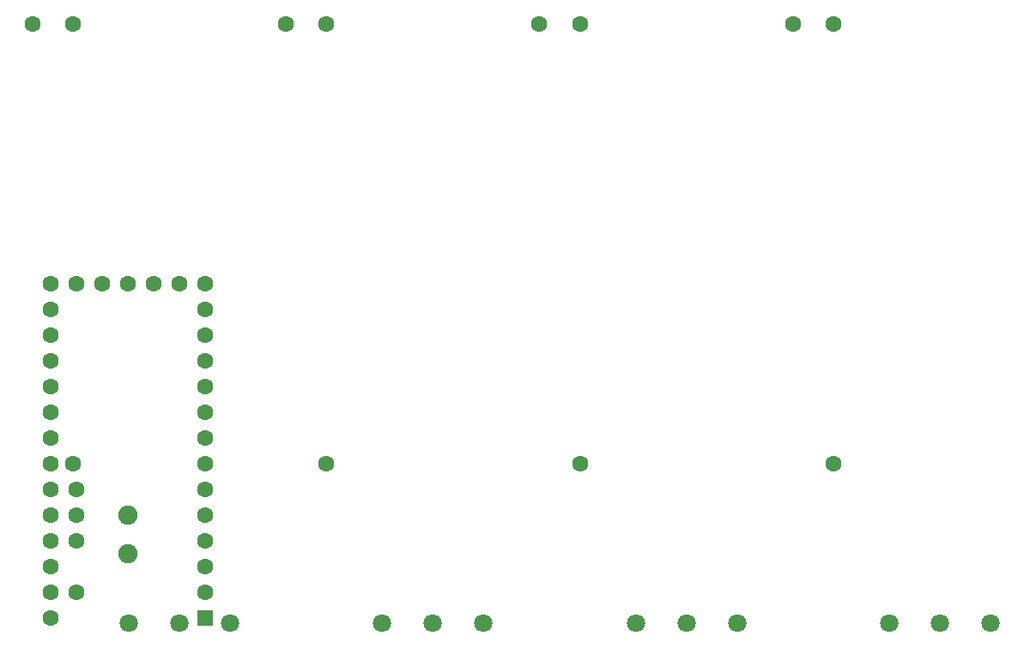
<source format=gbr>
%TF.GenerationSoftware,KiCad,Pcbnew,(6.0.4)*%
%TF.CreationDate,2022-06-13T21:37:06-04:00*%
%TF.ProjectId,midimania,6d696469-6d61-46e6-9961-2e6b69636164,rev?*%
%TF.SameCoordinates,Original*%
%TF.FileFunction,Soldermask,Bot*%
%TF.FilePolarity,Negative*%
%FSLAX46Y46*%
G04 Gerber Fmt 4.6, Leading zero omitted, Abs format (unit mm)*
G04 Created by KiCad (PCBNEW (6.0.4)) date 2022-06-13 21:37:06*
%MOMM*%
%LPD*%
G01*
G04 APERTURE LIST*
%ADD10C,1.600000*%
%ADD11C,1.800000*%
%ADD12R,1.600000X1.600000*%
%ADD13C,1.900000*%
G04 APERTURE END LIST*
D10*
%TO.C,RV6*%
X132400000Y-73243000D03*
X128400000Y-73243000D03*
X132400000Y-116743000D03*
%TD*%
D11*
%TO.C,RV4*%
X187900000Y-132493000D03*
X192900000Y-132493000D03*
X197900000Y-132493000D03*
%TD*%
D10*
%TO.C,RV5*%
X107400000Y-73243000D03*
X103400000Y-73243000D03*
X107400000Y-116743000D03*
%TD*%
%TO.C,RV8*%
X182400000Y-73243000D03*
X178400000Y-73243000D03*
X182400000Y-116743000D03*
%TD*%
D11*
%TO.C,RV2*%
X137900000Y-132493000D03*
X142900000Y-132493000D03*
X147900000Y-132493000D03*
%TD*%
D12*
%TO.C,U1*%
X120400000Y-131990000D03*
D10*
X120400000Y-129450000D03*
X120400000Y-126910000D03*
X120400000Y-124370000D03*
X120400000Y-121830000D03*
X120400000Y-119290000D03*
X120400000Y-116750000D03*
X120400000Y-114210000D03*
X120400000Y-111670000D03*
X120400000Y-109130000D03*
X120400000Y-106590000D03*
X120400000Y-104050000D03*
X120400000Y-101510000D03*
X120400000Y-98970000D03*
X117860000Y-98970000D03*
X115320000Y-98970000D03*
X112780000Y-98970000D03*
X110240000Y-98970000D03*
X107700000Y-98970000D03*
X105160000Y-98970000D03*
X105160000Y-101510000D03*
X105160000Y-104050000D03*
X105160000Y-106590000D03*
X105160000Y-109130000D03*
X105160000Y-111670000D03*
X105160000Y-114210000D03*
X105160000Y-116750000D03*
X105160000Y-119290000D03*
X105160000Y-121830000D03*
X105160000Y-124370000D03*
X105160000Y-126910000D03*
X105160000Y-129450000D03*
X105160000Y-131990000D03*
X107700000Y-129450000D03*
X107700000Y-124370000D03*
X107700000Y-121830000D03*
X107700000Y-119290000D03*
D13*
X112780000Y-121830000D03*
X112780000Y-125640000D03*
%TD*%
D11*
%TO.C,RV3*%
X162900000Y-132493000D03*
X167900000Y-132493000D03*
X172900000Y-132493000D03*
%TD*%
D10*
%TO.C,RV7*%
X157400000Y-73243000D03*
X153400000Y-73243000D03*
X157400000Y-116743000D03*
%TD*%
D11*
%TO.C,RV1*%
X112900000Y-132493000D03*
X117900000Y-132493000D03*
X122900000Y-132493000D03*
%TD*%
M02*

</source>
